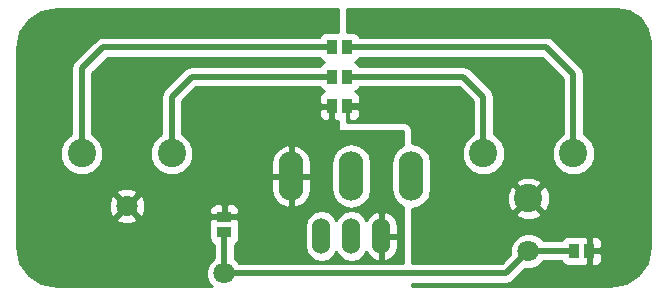
<source format=gbl>
G04 #@! TF.FileFunction,Copper,L2,Bot,Signal*
%FSLAX46Y46*%
G04 Gerber Fmt 4.6, Leading zero omitted, Abs format (unit mm)*
G04 Created by KiCad (PCBNEW 4.0.6) date 05/24/17 17:40:22*
%MOMM*%
%LPD*%
G01*
G04 APERTURE LIST*
%ADD10C,0.100000*%
%ADD11O,2.095500X4.191000*%
%ADD12C,2.397760*%
%ADD13C,1.798320*%
%ADD14R,0.970000X1.270000*%
%ADD15R,1.270000X0.970000*%
%ADD16O,1.524000X3.048000*%
%ADD17C,0.500000*%
%ADD18C,0.254000*%
G04 APERTURE END LIST*
D10*
D11*
X124080000Y-102920000D03*
X119000000Y-102920000D03*
X113920000Y-102920000D03*
D12*
X130190000Y-101000000D03*
X137810000Y-101000000D03*
X134000000Y-104810000D03*
D13*
X134000000Y-109255000D03*
D12*
X103810000Y-101000000D03*
X96190000Y-101000000D03*
D13*
X100000000Y-105447540D03*
X108249920Y-111160000D03*
D14*
X117360000Y-92000000D03*
X118640000Y-92000000D03*
X137860000Y-109250000D03*
X139140000Y-109250000D03*
D15*
X108250000Y-107640000D03*
X108250000Y-106360000D03*
D14*
X117360000Y-94500000D03*
X118640000Y-94500000D03*
X117360000Y-97000000D03*
X118640000Y-97000000D03*
D16*
X116460000Y-108000000D03*
X119000000Y-108000000D03*
X121540000Y-108000000D03*
D17*
X103810000Y-101000000D02*
X103810000Y-96190000D01*
X110310000Y-94500000D02*
X117360000Y-94500000D01*
X103810000Y-96190000D02*
X105500000Y-94500000D01*
X105500000Y-94500000D02*
X110310000Y-94500000D01*
X96190000Y-93810000D02*
X98000000Y-92000000D01*
X98000000Y-92000000D02*
X105190000Y-92000000D01*
X96190000Y-101000000D02*
X96190000Y-93810000D01*
X117360000Y-92000000D02*
X105190000Y-92000000D01*
X118640000Y-94500000D02*
X128500000Y-94500000D01*
X128500000Y-94500000D02*
X130190000Y-96190000D01*
X130190000Y-96190000D02*
X130190000Y-101000000D01*
X118640000Y-92000000D02*
X135500000Y-92000000D01*
X135500000Y-92000000D02*
X137810000Y-94310000D01*
X137810000Y-94310000D02*
X137810000Y-101000000D01*
X119625000Y-97000000D02*
X125000000Y-97000000D01*
X118640000Y-97000000D02*
X119625000Y-97000000D01*
X108249920Y-111160000D02*
X132095000Y-111160000D01*
X132095000Y-111160000D02*
X134000000Y-109255000D01*
X134000000Y-109255000D02*
X137855000Y-109255000D01*
X137855000Y-109255000D02*
X137860000Y-109250000D01*
X108250000Y-107640000D02*
X108250000Y-111159920D01*
X108250000Y-111159920D02*
X108249920Y-111160000D01*
D18*
G36*
X117873000Y-90723230D02*
X117845000Y-90717560D01*
X116875000Y-90717560D01*
X116639683Y-90761838D01*
X116423559Y-90900910D01*
X116278569Y-91113110D01*
X116278186Y-91115000D01*
X98000005Y-91115000D01*
X98000000Y-91114999D01*
X97661326Y-91182366D01*
X97566054Y-91246025D01*
X97374210Y-91374210D01*
X97374208Y-91374213D01*
X95564210Y-93184210D01*
X95372367Y-93471325D01*
X95372367Y-93471326D01*
X95304999Y-93810000D01*
X95305000Y-93810005D01*
X95305000Y-99381414D01*
X95152547Y-99444406D01*
X94636219Y-99959834D01*
X94356439Y-100633618D01*
X94355802Y-101363181D01*
X94634406Y-102037453D01*
X95149834Y-102553781D01*
X95823618Y-102833561D01*
X96553181Y-102834198D01*
X97227453Y-102555594D01*
X97743781Y-102040166D01*
X98023561Y-101366382D01*
X98024198Y-100636819D01*
X97745594Y-99962547D01*
X97230166Y-99446219D01*
X97075000Y-99381788D01*
X97075000Y-94176580D01*
X98366579Y-92885000D01*
X116281286Y-92885000D01*
X116410910Y-93086441D01*
X116623110Y-93231431D01*
X116708926Y-93248809D01*
X116639683Y-93261838D01*
X116423559Y-93400910D01*
X116278569Y-93613110D01*
X116278186Y-93615000D01*
X105500005Y-93615000D01*
X105500000Y-93614999D01*
X105217516Y-93671190D01*
X105161325Y-93682367D01*
X104874210Y-93874210D01*
X104874208Y-93874213D01*
X103184210Y-95564210D01*
X102992367Y-95851325D01*
X102992367Y-95851326D01*
X102924999Y-96190000D01*
X102925000Y-96190005D01*
X102925000Y-99381414D01*
X102772547Y-99444406D01*
X102256219Y-99959834D01*
X101976439Y-100633618D01*
X101975802Y-101363181D01*
X102254406Y-102037453D01*
X102769834Y-102553781D01*
X103443618Y-102833561D01*
X104173181Y-102834198D01*
X104847453Y-102555594D01*
X105363781Y-102040166D01*
X105486241Y-101745250D01*
X112237250Y-101745250D01*
X112237250Y-102793000D01*
X113793000Y-102793000D01*
X113793000Y-100353551D01*
X114047000Y-100353551D01*
X114047000Y-102793000D01*
X115602750Y-102793000D01*
X115602750Y-101818756D01*
X117317250Y-101818756D01*
X117317250Y-104021244D01*
X117445342Y-104665205D01*
X117810116Y-105211128D01*
X118356039Y-105575902D01*
X119000000Y-105703994D01*
X119643961Y-105575902D01*
X120189884Y-105211128D01*
X120554658Y-104665205D01*
X120682750Y-104021244D01*
X120682750Y-101818756D01*
X120554658Y-101174795D01*
X120189884Y-100628872D01*
X119643961Y-100264098D01*
X119000000Y-100136006D01*
X118356039Y-100264098D01*
X117810116Y-100628872D01*
X117445342Y-101174795D01*
X117317250Y-101818756D01*
X115602750Y-101818756D01*
X115602750Y-101745250D01*
X115426057Y-101110957D01*
X115020081Y-100592564D01*
X114446628Y-100268992D01*
X114307926Y-100234825D01*
X114047000Y-100353551D01*
X113793000Y-100353551D01*
X113532074Y-100234825D01*
X113393372Y-100268992D01*
X112819919Y-100592564D01*
X112413943Y-101110957D01*
X112237250Y-101745250D01*
X105486241Y-101745250D01*
X105643561Y-101366382D01*
X105644198Y-100636819D01*
X105365594Y-99962547D01*
X104850166Y-99446219D01*
X104695000Y-99381788D01*
X104695000Y-97285750D01*
X116240000Y-97285750D01*
X116240000Y-97761309D01*
X116336673Y-97994698D01*
X116515301Y-98173327D01*
X116748690Y-98270000D01*
X117074250Y-98270000D01*
X117233000Y-98111250D01*
X117233000Y-97127000D01*
X116398750Y-97127000D01*
X116240000Y-97285750D01*
X104695000Y-97285750D01*
X104695000Y-96556580D01*
X105866579Y-95385000D01*
X116281286Y-95385000D01*
X116410910Y-95586441D01*
X116623110Y-95731431D01*
X116705134Y-95748041D01*
X116515301Y-95826673D01*
X116336673Y-96005302D01*
X116240000Y-96238691D01*
X116240000Y-96714250D01*
X116398750Y-96873000D01*
X117233000Y-96873000D01*
X117233000Y-96853000D01*
X117487000Y-96853000D01*
X117487000Y-96873000D01*
X117507000Y-96873000D01*
X117507000Y-97127000D01*
X117487000Y-97127000D01*
X117487000Y-98111250D01*
X117645750Y-98270000D01*
X117873000Y-98270000D01*
X117873000Y-99000000D01*
X117883006Y-99049410D01*
X117911447Y-99091035D01*
X117953841Y-99118315D01*
X118000000Y-99127000D01*
X123373000Y-99127000D01*
X123373000Y-100306219D01*
X122890116Y-100628872D01*
X122525342Y-101174795D01*
X122397250Y-101818756D01*
X122397250Y-104021244D01*
X122525342Y-104665205D01*
X122890116Y-105211128D01*
X123373000Y-105533781D01*
X123373000Y-110275000D01*
X109534203Y-110275000D01*
X109135000Y-109875100D01*
X109135000Y-108718714D01*
X109336441Y-108589090D01*
X109481431Y-108376890D01*
X109532440Y-108125000D01*
X109532440Y-107195703D01*
X115063000Y-107195703D01*
X115063000Y-108804297D01*
X115169340Y-109338906D01*
X115472172Y-109792125D01*
X115925391Y-110094957D01*
X116460000Y-110201297D01*
X116994609Y-110094957D01*
X117447828Y-109792125D01*
X117730000Y-109369826D01*
X118012172Y-109792125D01*
X118465391Y-110094957D01*
X119000000Y-110201297D01*
X119534609Y-110094957D01*
X119987828Y-109792125D01*
X120280349Y-109354338D01*
X120297941Y-109413941D01*
X120641974Y-109839630D01*
X121122723Y-110101260D01*
X121196930Y-110116220D01*
X121413000Y-109993720D01*
X121413000Y-108127000D01*
X121667000Y-108127000D01*
X121667000Y-109993720D01*
X121883070Y-110116220D01*
X121957277Y-110101260D01*
X122438026Y-109839630D01*
X122782059Y-109413941D01*
X122937000Y-108889000D01*
X122937000Y-108127000D01*
X121667000Y-108127000D01*
X121413000Y-108127000D01*
X121393000Y-108127000D01*
X121393000Y-107873000D01*
X121413000Y-107873000D01*
X121413000Y-106006280D01*
X121667000Y-106006280D01*
X121667000Y-107873000D01*
X122937000Y-107873000D01*
X122937000Y-107111000D01*
X122782059Y-106586059D01*
X122438026Y-106160370D01*
X121957277Y-105898740D01*
X121883070Y-105883780D01*
X121667000Y-106006280D01*
X121413000Y-106006280D01*
X121196930Y-105883780D01*
X121122723Y-105898740D01*
X120641974Y-106160370D01*
X120297941Y-106586059D01*
X120280349Y-106645662D01*
X119987828Y-106207875D01*
X119534609Y-105905043D01*
X119000000Y-105798703D01*
X118465391Y-105905043D01*
X118012172Y-106207875D01*
X117730000Y-106630174D01*
X117447828Y-106207875D01*
X116994609Y-105905043D01*
X116460000Y-105798703D01*
X115925391Y-105905043D01*
X115472172Y-106207875D01*
X115169340Y-106661094D01*
X115063000Y-107195703D01*
X109532440Y-107195703D01*
X109532440Y-107155000D01*
X109504787Y-107008037D01*
X109520000Y-106971310D01*
X109520000Y-106645750D01*
X109361250Y-106487000D01*
X108377000Y-106487000D01*
X108377000Y-106507000D01*
X108123000Y-106507000D01*
X108123000Y-106487000D01*
X107138750Y-106487000D01*
X106980000Y-106645750D01*
X106980000Y-106971310D01*
X106996629Y-107011455D01*
X106967560Y-107155000D01*
X106967560Y-108125000D01*
X107011838Y-108360317D01*
X107150910Y-108576441D01*
X107363110Y-108721431D01*
X107365000Y-108721814D01*
X107365000Y-109875637D01*
X106950081Y-110289833D01*
X106716027Y-110853498D01*
X106715494Y-111463824D01*
X106948564Y-112027897D01*
X107185254Y-112265000D01*
X94072391Y-112265000D01*
X92756049Y-112003163D01*
X91701478Y-111298522D01*
X90996837Y-110243951D01*
X90735000Y-108927610D01*
X90735000Y-106527091D01*
X99100054Y-106527091D01*
X99186358Y-106783488D01*
X99759538Y-106993163D01*
X100369327Y-106967530D01*
X100813642Y-106783488D01*
X100899946Y-106527091D01*
X100000000Y-105627145D01*
X99100054Y-106527091D01*
X90735000Y-106527091D01*
X90735000Y-105207078D01*
X98454377Y-105207078D01*
X98480010Y-105816867D01*
X98664052Y-106261182D01*
X98920449Y-106347486D01*
X99820395Y-105447540D01*
X100179605Y-105447540D01*
X101079551Y-106347486D01*
X101335948Y-106261182D01*
X101523422Y-105748690D01*
X106980000Y-105748690D01*
X106980000Y-106074250D01*
X107138750Y-106233000D01*
X108123000Y-106233000D01*
X108123000Y-105398750D01*
X108377000Y-105398750D01*
X108377000Y-106233000D01*
X109361250Y-106233000D01*
X109520000Y-106074250D01*
X109520000Y-105748690D01*
X109423327Y-105515301D01*
X109244698Y-105336673D01*
X109011309Y-105240000D01*
X108535750Y-105240000D01*
X108377000Y-105398750D01*
X108123000Y-105398750D01*
X107964250Y-105240000D01*
X107488691Y-105240000D01*
X107255302Y-105336673D01*
X107076673Y-105515301D01*
X106980000Y-105748690D01*
X101523422Y-105748690D01*
X101545623Y-105688002D01*
X101519990Y-105078213D01*
X101335948Y-104633898D01*
X101079551Y-104547594D01*
X100179605Y-105447540D01*
X99820395Y-105447540D01*
X98920449Y-104547594D01*
X98664052Y-104633898D01*
X98454377Y-105207078D01*
X90735000Y-105207078D01*
X90735000Y-104367989D01*
X99100054Y-104367989D01*
X100000000Y-105267935D01*
X100899946Y-104367989D01*
X100813642Y-104111592D01*
X100240462Y-103901917D01*
X99630673Y-103927550D01*
X99186358Y-104111592D01*
X99100054Y-104367989D01*
X90735000Y-104367989D01*
X90735000Y-103047000D01*
X112237250Y-103047000D01*
X112237250Y-104094750D01*
X112413943Y-104729043D01*
X112819919Y-105247436D01*
X113393372Y-105571008D01*
X113532074Y-105605175D01*
X113793000Y-105486449D01*
X113793000Y-103047000D01*
X114047000Y-103047000D01*
X114047000Y-105486449D01*
X114307926Y-105605175D01*
X114446628Y-105571008D01*
X115020081Y-105247436D01*
X115426057Y-104729043D01*
X115602750Y-104094750D01*
X115602750Y-103047000D01*
X114047000Y-103047000D01*
X113793000Y-103047000D01*
X112237250Y-103047000D01*
X90735000Y-103047000D01*
X90735000Y-92072390D01*
X90996837Y-90756049D01*
X91701478Y-89701478D01*
X92756049Y-88996837D01*
X94072391Y-88735000D01*
X117873000Y-88735000D01*
X117873000Y-90723230D01*
X117873000Y-90723230D01*
G37*
X117873000Y-90723230D02*
X117845000Y-90717560D01*
X116875000Y-90717560D01*
X116639683Y-90761838D01*
X116423559Y-90900910D01*
X116278569Y-91113110D01*
X116278186Y-91115000D01*
X98000005Y-91115000D01*
X98000000Y-91114999D01*
X97661326Y-91182366D01*
X97566054Y-91246025D01*
X97374210Y-91374210D01*
X97374208Y-91374213D01*
X95564210Y-93184210D01*
X95372367Y-93471325D01*
X95372367Y-93471326D01*
X95304999Y-93810000D01*
X95305000Y-93810005D01*
X95305000Y-99381414D01*
X95152547Y-99444406D01*
X94636219Y-99959834D01*
X94356439Y-100633618D01*
X94355802Y-101363181D01*
X94634406Y-102037453D01*
X95149834Y-102553781D01*
X95823618Y-102833561D01*
X96553181Y-102834198D01*
X97227453Y-102555594D01*
X97743781Y-102040166D01*
X98023561Y-101366382D01*
X98024198Y-100636819D01*
X97745594Y-99962547D01*
X97230166Y-99446219D01*
X97075000Y-99381788D01*
X97075000Y-94176580D01*
X98366579Y-92885000D01*
X116281286Y-92885000D01*
X116410910Y-93086441D01*
X116623110Y-93231431D01*
X116708926Y-93248809D01*
X116639683Y-93261838D01*
X116423559Y-93400910D01*
X116278569Y-93613110D01*
X116278186Y-93615000D01*
X105500005Y-93615000D01*
X105500000Y-93614999D01*
X105217516Y-93671190D01*
X105161325Y-93682367D01*
X104874210Y-93874210D01*
X104874208Y-93874213D01*
X103184210Y-95564210D01*
X102992367Y-95851325D01*
X102992367Y-95851326D01*
X102924999Y-96190000D01*
X102925000Y-96190005D01*
X102925000Y-99381414D01*
X102772547Y-99444406D01*
X102256219Y-99959834D01*
X101976439Y-100633618D01*
X101975802Y-101363181D01*
X102254406Y-102037453D01*
X102769834Y-102553781D01*
X103443618Y-102833561D01*
X104173181Y-102834198D01*
X104847453Y-102555594D01*
X105363781Y-102040166D01*
X105486241Y-101745250D01*
X112237250Y-101745250D01*
X112237250Y-102793000D01*
X113793000Y-102793000D01*
X113793000Y-100353551D01*
X114047000Y-100353551D01*
X114047000Y-102793000D01*
X115602750Y-102793000D01*
X115602750Y-101818756D01*
X117317250Y-101818756D01*
X117317250Y-104021244D01*
X117445342Y-104665205D01*
X117810116Y-105211128D01*
X118356039Y-105575902D01*
X119000000Y-105703994D01*
X119643961Y-105575902D01*
X120189884Y-105211128D01*
X120554658Y-104665205D01*
X120682750Y-104021244D01*
X120682750Y-101818756D01*
X120554658Y-101174795D01*
X120189884Y-100628872D01*
X119643961Y-100264098D01*
X119000000Y-100136006D01*
X118356039Y-100264098D01*
X117810116Y-100628872D01*
X117445342Y-101174795D01*
X117317250Y-101818756D01*
X115602750Y-101818756D01*
X115602750Y-101745250D01*
X115426057Y-101110957D01*
X115020081Y-100592564D01*
X114446628Y-100268992D01*
X114307926Y-100234825D01*
X114047000Y-100353551D01*
X113793000Y-100353551D01*
X113532074Y-100234825D01*
X113393372Y-100268992D01*
X112819919Y-100592564D01*
X112413943Y-101110957D01*
X112237250Y-101745250D01*
X105486241Y-101745250D01*
X105643561Y-101366382D01*
X105644198Y-100636819D01*
X105365594Y-99962547D01*
X104850166Y-99446219D01*
X104695000Y-99381788D01*
X104695000Y-97285750D01*
X116240000Y-97285750D01*
X116240000Y-97761309D01*
X116336673Y-97994698D01*
X116515301Y-98173327D01*
X116748690Y-98270000D01*
X117074250Y-98270000D01*
X117233000Y-98111250D01*
X117233000Y-97127000D01*
X116398750Y-97127000D01*
X116240000Y-97285750D01*
X104695000Y-97285750D01*
X104695000Y-96556580D01*
X105866579Y-95385000D01*
X116281286Y-95385000D01*
X116410910Y-95586441D01*
X116623110Y-95731431D01*
X116705134Y-95748041D01*
X116515301Y-95826673D01*
X116336673Y-96005302D01*
X116240000Y-96238691D01*
X116240000Y-96714250D01*
X116398750Y-96873000D01*
X117233000Y-96873000D01*
X117233000Y-96853000D01*
X117487000Y-96853000D01*
X117487000Y-96873000D01*
X117507000Y-96873000D01*
X117507000Y-97127000D01*
X117487000Y-97127000D01*
X117487000Y-98111250D01*
X117645750Y-98270000D01*
X117873000Y-98270000D01*
X117873000Y-99000000D01*
X117883006Y-99049410D01*
X117911447Y-99091035D01*
X117953841Y-99118315D01*
X118000000Y-99127000D01*
X123373000Y-99127000D01*
X123373000Y-100306219D01*
X122890116Y-100628872D01*
X122525342Y-101174795D01*
X122397250Y-101818756D01*
X122397250Y-104021244D01*
X122525342Y-104665205D01*
X122890116Y-105211128D01*
X123373000Y-105533781D01*
X123373000Y-110275000D01*
X109534203Y-110275000D01*
X109135000Y-109875100D01*
X109135000Y-108718714D01*
X109336441Y-108589090D01*
X109481431Y-108376890D01*
X109532440Y-108125000D01*
X109532440Y-107195703D01*
X115063000Y-107195703D01*
X115063000Y-108804297D01*
X115169340Y-109338906D01*
X115472172Y-109792125D01*
X115925391Y-110094957D01*
X116460000Y-110201297D01*
X116994609Y-110094957D01*
X117447828Y-109792125D01*
X117730000Y-109369826D01*
X118012172Y-109792125D01*
X118465391Y-110094957D01*
X119000000Y-110201297D01*
X119534609Y-110094957D01*
X119987828Y-109792125D01*
X120280349Y-109354338D01*
X120297941Y-109413941D01*
X120641974Y-109839630D01*
X121122723Y-110101260D01*
X121196930Y-110116220D01*
X121413000Y-109993720D01*
X121413000Y-108127000D01*
X121667000Y-108127000D01*
X121667000Y-109993720D01*
X121883070Y-110116220D01*
X121957277Y-110101260D01*
X122438026Y-109839630D01*
X122782059Y-109413941D01*
X122937000Y-108889000D01*
X122937000Y-108127000D01*
X121667000Y-108127000D01*
X121413000Y-108127000D01*
X121393000Y-108127000D01*
X121393000Y-107873000D01*
X121413000Y-107873000D01*
X121413000Y-106006280D01*
X121667000Y-106006280D01*
X121667000Y-107873000D01*
X122937000Y-107873000D01*
X122937000Y-107111000D01*
X122782059Y-106586059D01*
X122438026Y-106160370D01*
X121957277Y-105898740D01*
X121883070Y-105883780D01*
X121667000Y-106006280D01*
X121413000Y-106006280D01*
X121196930Y-105883780D01*
X121122723Y-105898740D01*
X120641974Y-106160370D01*
X120297941Y-106586059D01*
X120280349Y-106645662D01*
X119987828Y-106207875D01*
X119534609Y-105905043D01*
X119000000Y-105798703D01*
X118465391Y-105905043D01*
X118012172Y-106207875D01*
X117730000Y-106630174D01*
X117447828Y-106207875D01*
X116994609Y-105905043D01*
X116460000Y-105798703D01*
X115925391Y-105905043D01*
X115472172Y-106207875D01*
X115169340Y-106661094D01*
X115063000Y-107195703D01*
X109532440Y-107195703D01*
X109532440Y-107155000D01*
X109504787Y-107008037D01*
X109520000Y-106971310D01*
X109520000Y-106645750D01*
X109361250Y-106487000D01*
X108377000Y-106487000D01*
X108377000Y-106507000D01*
X108123000Y-106507000D01*
X108123000Y-106487000D01*
X107138750Y-106487000D01*
X106980000Y-106645750D01*
X106980000Y-106971310D01*
X106996629Y-107011455D01*
X106967560Y-107155000D01*
X106967560Y-108125000D01*
X107011838Y-108360317D01*
X107150910Y-108576441D01*
X107363110Y-108721431D01*
X107365000Y-108721814D01*
X107365000Y-109875637D01*
X106950081Y-110289833D01*
X106716027Y-110853498D01*
X106715494Y-111463824D01*
X106948564Y-112027897D01*
X107185254Y-112265000D01*
X94072391Y-112265000D01*
X92756049Y-112003163D01*
X91701478Y-111298522D01*
X90996837Y-110243951D01*
X90735000Y-108927610D01*
X90735000Y-106527091D01*
X99100054Y-106527091D01*
X99186358Y-106783488D01*
X99759538Y-106993163D01*
X100369327Y-106967530D01*
X100813642Y-106783488D01*
X100899946Y-106527091D01*
X100000000Y-105627145D01*
X99100054Y-106527091D01*
X90735000Y-106527091D01*
X90735000Y-105207078D01*
X98454377Y-105207078D01*
X98480010Y-105816867D01*
X98664052Y-106261182D01*
X98920449Y-106347486D01*
X99820395Y-105447540D01*
X100179605Y-105447540D01*
X101079551Y-106347486D01*
X101335948Y-106261182D01*
X101523422Y-105748690D01*
X106980000Y-105748690D01*
X106980000Y-106074250D01*
X107138750Y-106233000D01*
X108123000Y-106233000D01*
X108123000Y-105398750D01*
X108377000Y-105398750D01*
X108377000Y-106233000D01*
X109361250Y-106233000D01*
X109520000Y-106074250D01*
X109520000Y-105748690D01*
X109423327Y-105515301D01*
X109244698Y-105336673D01*
X109011309Y-105240000D01*
X108535750Y-105240000D01*
X108377000Y-105398750D01*
X108123000Y-105398750D01*
X107964250Y-105240000D01*
X107488691Y-105240000D01*
X107255302Y-105336673D01*
X107076673Y-105515301D01*
X106980000Y-105748690D01*
X101523422Y-105748690D01*
X101545623Y-105688002D01*
X101519990Y-105078213D01*
X101335948Y-104633898D01*
X101079551Y-104547594D01*
X100179605Y-105447540D01*
X99820395Y-105447540D01*
X98920449Y-104547594D01*
X98664052Y-104633898D01*
X98454377Y-105207078D01*
X90735000Y-105207078D01*
X90735000Y-104367989D01*
X99100054Y-104367989D01*
X100000000Y-105267935D01*
X100899946Y-104367989D01*
X100813642Y-104111592D01*
X100240462Y-103901917D01*
X99630673Y-103927550D01*
X99186358Y-104111592D01*
X99100054Y-104367989D01*
X90735000Y-104367989D01*
X90735000Y-103047000D01*
X112237250Y-103047000D01*
X112237250Y-104094750D01*
X112413943Y-104729043D01*
X112819919Y-105247436D01*
X113393372Y-105571008D01*
X113532074Y-105605175D01*
X113793000Y-105486449D01*
X113793000Y-103047000D01*
X114047000Y-103047000D01*
X114047000Y-105486449D01*
X114307926Y-105605175D01*
X114446628Y-105571008D01*
X115020081Y-105247436D01*
X115426057Y-104729043D01*
X115602750Y-104094750D01*
X115602750Y-103047000D01*
X114047000Y-103047000D01*
X113793000Y-103047000D01*
X112237250Y-103047000D01*
X90735000Y-103047000D01*
X90735000Y-92072390D01*
X90996837Y-90756049D01*
X91701478Y-89701478D01*
X92756049Y-88996837D01*
X94072391Y-88735000D01*
X117873000Y-88735000D01*
X117873000Y-90723230D01*
G36*
X142552610Y-88958777D02*
X143444969Y-89555031D01*
X144041223Y-90447390D01*
X144265000Y-91572390D01*
X144265000Y-108927609D01*
X144003163Y-110243951D01*
X143298522Y-111298522D01*
X142243951Y-112003163D01*
X140927610Y-112265000D01*
X124135000Y-112265000D01*
X124135000Y-112045000D01*
X132094995Y-112045000D01*
X132095000Y-112045001D01*
X132377484Y-111988810D01*
X132433675Y-111977633D01*
X132720790Y-111785790D01*
X133717665Y-110788914D01*
X134303824Y-110789426D01*
X134867897Y-110556356D01*
X135284980Y-110140000D01*
X136784504Y-110140000D01*
X136910910Y-110336441D01*
X137123110Y-110481431D01*
X137375000Y-110532440D01*
X138345000Y-110532440D01*
X138491963Y-110504787D01*
X138528690Y-110520000D01*
X138854250Y-110520000D01*
X139013000Y-110361250D01*
X139013000Y-109377000D01*
X139267000Y-109377000D01*
X139267000Y-110361250D01*
X139425750Y-110520000D01*
X139751310Y-110520000D01*
X139984699Y-110423327D01*
X140163327Y-110244698D01*
X140260000Y-110011309D01*
X140260000Y-109535750D01*
X140101250Y-109377000D01*
X139267000Y-109377000D01*
X139013000Y-109377000D01*
X138993000Y-109377000D01*
X138993000Y-109123000D01*
X139013000Y-109123000D01*
X139013000Y-108138750D01*
X139267000Y-108138750D01*
X139267000Y-109123000D01*
X140101250Y-109123000D01*
X140260000Y-108964250D01*
X140260000Y-108488691D01*
X140163327Y-108255302D01*
X139984699Y-108076673D01*
X139751310Y-107980000D01*
X139425750Y-107980000D01*
X139267000Y-108138750D01*
X139013000Y-108138750D01*
X138854250Y-107980000D01*
X138528690Y-107980000D01*
X138488545Y-107996629D01*
X138345000Y-107967560D01*
X137375000Y-107967560D01*
X137139683Y-108011838D01*
X136923559Y-108150910D01*
X136778569Y-108363110D01*
X136777174Y-108370000D01*
X135284283Y-108370000D01*
X134870167Y-107955161D01*
X134306502Y-107721107D01*
X133696176Y-107720574D01*
X133132103Y-107953644D01*
X132700161Y-108384833D01*
X132466107Y-108948498D01*
X132465592Y-109537828D01*
X131728420Y-110275000D01*
X124135000Y-110275000D01*
X124135000Y-106106366D01*
X132883239Y-106106366D01*
X133006237Y-106393862D01*
X133688000Y-106653594D01*
X134417263Y-106632656D01*
X134993763Y-106393862D01*
X135116761Y-106106366D01*
X134000000Y-104989605D01*
X132883239Y-106106366D01*
X124135000Y-106106366D01*
X124135000Y-105693054D01*
X124723961Y-105575902D01*
X125269884Y-105211128D01*
X125634658Y-104665205D01*
X125667917Y-104498000D01*
X132156406Y-104498000D01*
X132177344Y-105227263D01*
X132416138Y-105803763D01*
X132703634Y-105926761D01*
X133820395Y-104810000D01*
X134179605Y-104810000D01*
X135296366Y-105926761D01*
X135583862Y-105803763D01*
X135843594Y-105122000D01*
X135822656Y-104392737D01*
X135583862Y-103816237D01*
X135296366Y-103693239D01*
X134179605Y-104810000D01*
X133820395Y-104810000D01*
X132703634Y-103693239D01*
X132416138Y-103816237D01*
X132156406Y-104498000D01*
X125667917Y-104498000D01*
X125762750Y-104021244D01*
X125762750Y-103513634D01*
X132883239Y-103513634D01*
X134000000Y-104630395D01*
X135116761Y-103513634D01*
X134993763Y-103226138D01*
X134312000Y-102966406D01*
X133582737Y-102987344D01*
X133006237Y-103226138D01*
X132883239Y-103513634D01*
X125762750Y-103513634D01*
X125762750Y-101818756D01*
X125634658Y-101174795D01*
X125269884Y-100628872D01*
X124723961Y-100264098D01*
X124135000Y-100146946D01*
X124135000Y-99000000D01*
X124091573Y-98769205D01*
X123955173Y-98557233D01*
X123747051Y-98415029D01*
X123500000Y-98365000D01*
X118635000Y-98365000D01*
X118635000Y-97127000D01*
X118767000Y-97127000D01*
X118767000Y-98111250D01*
X118925750Y-98270000D01*
X119251310Y-98270000D01*
X119484699Y-98173327D01*
X119663327Y-97994698D01*
X119760000Y-97761309D01*
X119760000Y-97285750D01*
X119601250Y-97127000D01*
X118767000Y-97127000D01*
X118635000Y-97127000D01*
X118635000Y-96853000D01*
X118767000Y-96853000D01*
X118767000Y-96873000D01*
X119601250Y-96873000D01*
X119760000Y-96714250D01*
X119760000Y-96238691D01*
X119663327Y-96005302D01*
X119484699Y-95826673D01*
X119298910Y-95749717D01*
X119360317Y-95738162D01*
X119576441Y-95599090D01*
X119721431Y-95386890D01*
X119721814Y-95385000D01*
X128133420Y-95385000D01*
X129305000Y-96556579D01*
X129305000Y-99381414D01*
X129152547Y-99444406D01*
X128636219Y-99959834D01*
X128356439Y-100633618D01*
X128355802Y-101363181D01*
X128634406Y-102037453D01*
X129149834Y-102553781D01*
X129823618Y-102833561D01*
X130553181Y-102834198D01*
X131227453Y-102555594D01*
X131743781Y-102040166D01*
X132023561Y-101366382D01*
X132024198Y-100636819D01*
X131745594Y-99962547D01*
X131230166Y-99446219D01*
X131075000Y-99381788D01*
X131075000Y-96190005D01*
X131075001Y-96190000D01*
X131007633Y-95851326D01*
X131007633Y-95851325D01*
X130815790Y-95564210D01*
X130815787Y-95564208D01*
X129125790Y-93874210D01*
X129112006Y-93865000D01*
X128838675Y-93682367D01*
X128782484Y-93671190D01*
X128500000Y-93614999D01*
X128499995Y-93615000D01*
X119718714Y-93615000D01*
X119589090Y-93413559D01*
X119376890Y-93268569D01*
X119291074Y-93251191D01*
X119360317Y-93238162D01*
X119576441Y-93099090D01*
X119721431Y-92886890D01*
X119721814Y-92885000D01*
X135133420Y-92885000D01*
X136925000Y-94676579D01*
X136925000Y-99381414D01*
X136772547Y-99444406D01*
X136256219Y-99959834D01*
X135976439Y-100633618D01*
X135975802Y-101363181D01*
X136254406Y-102037453D01*
X136769834Y-102553781D01*
X137443618Y-102833561D01*
X138173181Y-102834198D01*
X138847453Y-102555594D01*
X139363781Y-102040166D01*
X139643561Y-101366382D01*
X139644198Y-100636819D01*
X139365594Y-99962547D01*
X138850166Y-99446219D01*
X138695000Y-99381788D01*
X138695000Y-94310000D01*
X138627633Y-93971325D01*
X138435790Y-93684210D01*
X138435787Y-93684208D01*
X136125790Y-91374210D01*
X136046079Y-91320949D01*
X135838675Y-91182367D01*
X135782484Y-91171190D01*
X135500000Y-91114999D01*
X135499995Y-91115000D01*
X119718714Y-91115000D01*
X119589090Y-90913559D01*
X119376890Y-90768569D01*
X119125000Y-90717560D01*
X118635000Y-90717560D01*
X118635000Y-88735000D01*
X141427609Y-88735000D01*
X142552610Y-88958777D01*
X142552610Y-88958777D01*
G37*
X142552610Y-88958777D02*
X143444969Y-89555031D01*
X144041223Y-90447390D01*
X144265000Y-91572390D01*
X144265000Y-108927609D01*
X144003163Y-110243951D01*
X143298522Y-111298522D01*
X142243951Y-112003163D01*
X140927610Y-112265000D01*
X124135000Y-112265000D01*
X124135000Y-112045000D01*
X132094995Y-112045000D01*
X132095000Y-112045001D01*
X132377484Y-111988810D01*
X132433675Y-111977633D01*
X132720790Y-111785790D01*
X133717665Y-110788914D01*
X134303824Y-110789426D01*
X134867897Y-110556356D01*
X135284980Y-110140000D01*
X136784504Y-110140000D01*
X136910910Y-110336441D01*
X137123110Y-110481431D01*
X137375000Y-110532440D01*
X138345000Y-110532440D01*
X138491963Y-110504787D01*
X138528690Y-110520000D01*
X138854250Y-110520000D01*
X139013000Y-110361250D01*
X139013000Y-109377000D01*
X139267000Y-109377000D01*
X139267000Y-110361250D01*
X139425750Y-110520000D01*
X139751310Y-110520000D01*
X139984699Y-110423327D01*
X140163327Y-110244698D01*
X140260000Y-110011309D01*
X140260000Y-109535750D01*
X140101250Y-109377000D01*
X139267000Y-109377000D01*
X139013000Y-109377000D01*
X138993000Y-109377000D01*
X138993000Y-109123000D01*
X139013000Y-109123000D01*
X139013000Y-108138750D01*
X139267000Y-108138750D01*
X139267000Y-109123000D01*
X140101250Y-109123000D01*
X140260000Y-108964250D01*
X140260000Y-108488691D01*
X140163327Y-108255302D01*
X139984699Y-108076673D01*
X139751310Y-107980000D01*
X139425750Y-107980000D01*
X139267000Y-108138750D01*
X139013000Y-108138750D01*
X138854250Y-107980000D01*
X138528690Y-107980000D01*
X138488545Y-107996629D01*
X138345000Y-107967560D01*
X137375000Y-107967560D01*
X137139683Y-108011838D01*
X136923559Y-108150910D01*
X136778569Y-108363110D01*
X136777174Y-108370000D01*
X135284283Y-108370000D01*
X134870167Y-107955161D01*
X134306502Y-107721107D01*
X133696176Y-107720574D01*
X133132103Y-107953644D01*
X132700161Y-108384833D01*
X132466107Y-108948498D01*
X132465592Y-109537828D01*
X131728420Y-110275000D01*
X124135000Y-110275000D01*
X124135000Y-106106366D01*
X132883239Y-106106366D01*
X133006237Y-106393862D01*
X133688000Y-106653594D01*
X134417263Y-106632656D01*
X134993763Y-106393862D01*
X135116761Y-106106366D01*
X134000000Y-104989605D01*
X132883239Y-106106366D01*
X124135000Y-106106366D01*
X124135000Y-105693054D01*
X124723961Y-105575902D01*
X125269884Y-105211128D01*
X125634658Y-104665205D01*
X125667917Y-104498000D01*
X132156406Y-104498000D01*
X132177344Y-105227263D01*
X132416138Y-105803763D01*
X132703634Y-105926761D01*
X133820395Y-104810000D01*
X134179605Y-104810000D01*
X135296366Y-105926761D01*
X135583862Y-105803763D01*
X135843594Y-105122000D01*
X135822656Y-104392737D01*
X135583862Y-103816237D01*
X135296366Y-103693239D01*
X134179605Y-104810000D01*
X133820395Y-104810000D01*
X132703634Y-103693239D01*
X132416138Y-103816237D01*
X132156406Y-104498000D01*
X125667917Y-104498000D01*
X125762750Y-104021244D01*
X125762750Y-103513634D01*
X132883239Y-103513634D01*
X134000000Y-104630395D01*
X135116761Y-103513634D01*
X134993763Y-103226138D01*
X134312000Y-102966406D01*
X133582737Y-102987344D01*
X133006237Y-103226138D01*
X132883239Y-103513634D01*
X125762750Y-103513634D01*
X125762750Y-101818756D01*
X125634658Y-101174795D01*
X125269884Y-100628872D01*
X124723961Y-100264098D01*
X124135000Y-100146946D01*
X124135000Y-99000000D01*
X124091573Y-98769205D01*
X123955173Y-98557233D01*
X123747051Y-98415029D01*
X123500000Y-98365000D01*
X118635000Y-98365000D01*
X118635000Y-97127000D01*
X118767000Y-97127000D01*
X118767000Y-98111250D01*
X118925750Y-98270000D01*
X119251310Y-98270000D01*
X119484699Y-98173327D01*
X119663327Y-97994698D01*
X119760000Y-97761309D01*
X119760000Y-97285750D01*
X119601250Y-97127000D01*
X118767000Y-97127000D01*
X118635000Y-97127000D01*
X118635000Y-96853000D01*
X118767000Y-96853000D01*
X118767000Y-96873000D01*
X119601250Y-96873000D01*
X119760000Y-96714250D01*
X119760000Y-96238691D01*
X119663327Y-96005302D01*
X119484699Y-95826673D01*
X119298910Y-95749717D01*
X119360317Y-95738162D01*
X119576441Y-95599090D01*
X119721431Y-95386890D01*
X119721814Y-95385000D01*
X128133420Y-95385000D01*
X129305000Y-96556579D01*
X129305000Y-99381414D01*
X129152547Y-99444406D01*
X128636219Y-99959834D01*
X128356439Y-100633618D01*
X128355802Y-101363181D01*
X128634406Y-102037453D01*
X129149834Y-102553781D01*
X129823618Y-102833561D01*
X130553181Y-102834198D01*
X131227453Y-102555594D01*
X131743781Y-102040166D01*
X132023561Y-101366382D01*
X132024198Y-100636819D01*
X131745594Y-99962547D01*
X131230166Y-99446219D01*
X131075000Y-99381788D01*
X131075000Y-96190005D01*
X131075001Y-96190000D01*
X131007633Y-95851326D01*
X131007633Y-95851325D01*
X130815790Y-95564210D01*
X130815787Y-95564208D01*
X129125790Y-93874210D01*
X129112006Y-93865000D01*
X128838675Y-93682367D01*
X128782484Y-93671190D01*
X128500000Y-93614999D01*
X128499995Y-93615000D01*
X119718714Y-93615000D01*
X119589090Y-93413559D01*
X119376890Y-93268569D01*
X119291074Y-93251191D01*
X119360317Y-93238162D01*
X119576441Y-93099090D01*
X119721431Y-92886890D01*
X119721814Y-92885000D01*
X135133420Y-92885000D01*
X136925000Y-94676579D01*
X136925000Y-99381414D01*
X136772547Y-99444406D01*
X136256219Y-99959834D01*
X135976439Y-100633618D01*
X135975802Y-101363181D01*
X136254406Y-102037453D01*
X136769834Y-102553781D01*
X137443618Y-102833561D01*
X138173181Y-102834198D01*
X138847453Y-102555594D01*
X139363781Y-102040166D01*
X139643561Y-101366382D01*
X139644198Y-100636819D01*
X139365594Y-99962547D01*
X138850166Y-99446219D01*
X138695000Y-99381788D01*
X138695000Y-94310000D01*
X138627633Y-93971325D01*
X138435790Y-93684210D01*
X138435787Y-93684208D01*
X136125790Y-91374210D01*
X136046079Y-91320949D01*
X135838675Y-91182367D01*
X135782484Y-91171190D01*
X135500000Y-91114999D01*
X135499995Y-91115000D01*
X119718714Y-91115000D01*
X119589090Y-90913559D01*
X119376890Y-90768569D01*
X119125000Y-90717560D01*
X118635000Y-90717560D01*
X118635000Y-88735000D01*
X141427609Y-88735000D01*
X142552610Y-88958777D01*
M02*

</source>
